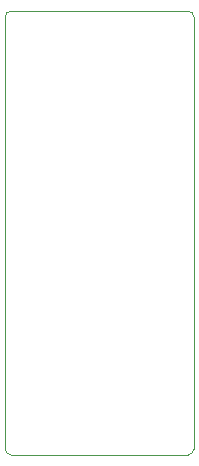
<source format=gbr>
%TF.GenerationSoftware,KiCad,Pcbnew,9.0.6-1.fc42*%
%TF.CreationDate,2025-12-19T16:16:41-05:00*%
%TF.ProjectId,HALOW-USB,48414c4f-572d-4555-9342-2e6b69636164,rev?*%
%TF.SameCoordinates,Original*%
%TF.FileFunction,Profile,NP*%
%FSLAX46Y46*%
G04 Gerber Fmt 4.6, Leading zero omitted, Abs format (unit mm)*
G04 Created by KiCad (PCBNEW 9.0.6-1.fc42) date 2025-12-19 16:16:41*
%MOMM*%
%LPD*%
G01*
G04 APERTURE LIST*
%TA.AperFunction,Profile*%
%ADD10C,0.050000*%
%TD*%
G04 APERTURE END LIST*
D10*
X115500000Y-113546447D02*
X130500000Y-113546447D01*
X131000000Y-113046400D02*
X131000000Y-76500000D01*
X131000000Y-113046447D02*
G75*
G02*
X130500000Y-113546447I-500000J0D01*
G01*
X115500000Y-113546447D02*
G75*
G02*
X115000000Y-113046447I0J500000D01*
G01*
X130500000Y-76000000D02*
G75*
G02*
X131000000Y-76500000I0J-500000D01*
G01*
X115000000Y-76500000D02*
G75*
G02*
X115500000Y-76000000I500000J0D01*
G01*
X130500000Y-76000000D02*
X115500000Y-76000000D01*
X115000000Y-76500000D02*
X115000000Y-113039545D01*
M02*

</source>
